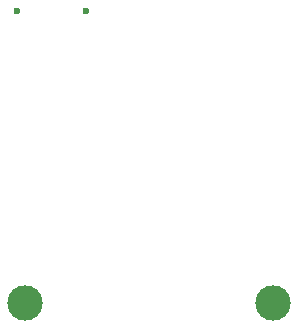
<source format=gbr>
%TF.GenerationSoftware,Altium Limited,Altium Designer,22.7.1 (60)*%
G04 Layer_Color=0*
%FSLAX45Y45*%
%MOMM*%
%TF.SameCoordinates,1A5FE687-02E9-4ECA-85C8-40D928D14E81*%
%TF.FilePolarity,Positive*%
%TF.FileFunction,NonPlated,1,4,NPTH,Drill*%
%TF.Part,Single*%
G01*
G75*
%TA.AperFunction,ComponentDrill*%
%ADD94C,0.60000*%
%TA.AperFunction,OtherDrill,Pad Free-MH (4mm,8mm)*%
%ADD95C,3.00000*%
%TA.AperFunction,OtherDrill,Pad Free-MH (25mm,8mm)*%
%ADD96C,3.00000*%
D94*
X337258Y3275047D02*
D03*
X917258D02*
D03*
D95*
X400000Y800000D02*
D03*
D96*
X2500000D02*
D03*
%TF.MD5,f42708836c8b2a6f65534ef44c3c60d1*%
M02*

</source>
